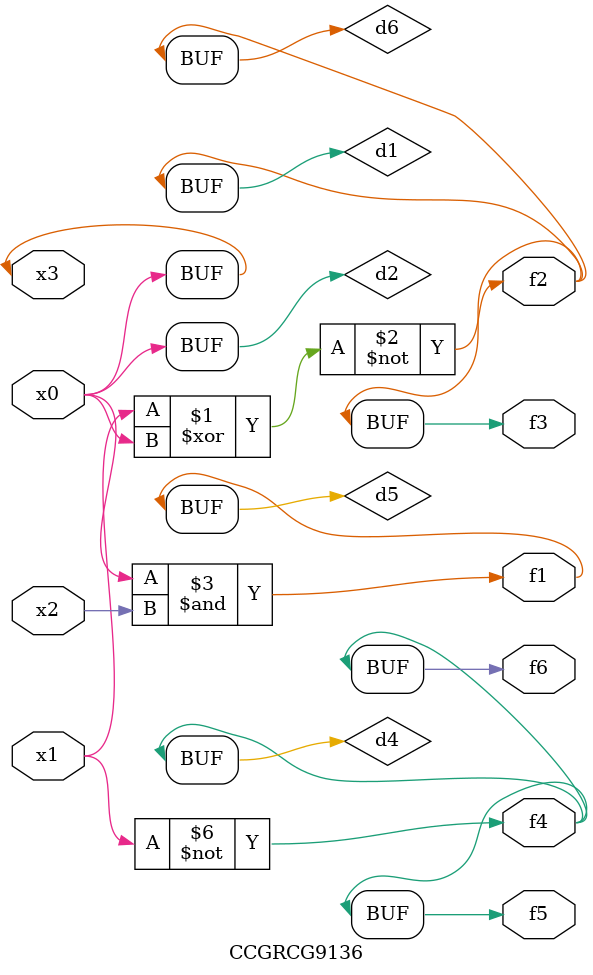
<source format=v>
module CCGRCG9136(
	input x0, x1, x2, x3,
	output f1, f2, f3, f4, f5, f6
);

	wire d1, d2, d3, d4, d5, d6;

	xnor (d1, x1, x3);
	buf (d2, x0, x3);
	nand (d3, x0, x2);
	not (d4, x1);
	nand (d5, d3);
	or (d6, d1);
	assign f1 = d5;
	assign f2 = d6;
	assign f3 = d6;
	assign f4 = d4;
	assign f5 = d4;
	assign f6 = d4;
endmodule

</source>
